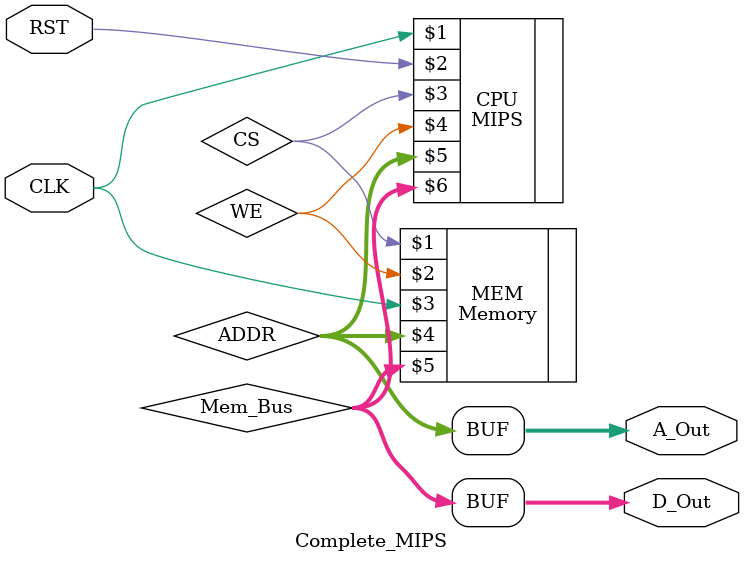
<source format=v>
module Complete_MIPS(CLK, RST, A_Out, D_Out);
    input CLK;
    input RST;
    output [31:0] A_Out;
    output [31:0] D_Out;
    wire CS, WE;
    wire [31:0] ADDR, Mem_Bus;
    assign A_Out = ADDR;
    assign D_Out = Mem_Bus;
    MIPS CPU(CLK, RST, CS, WE, ADDR, Mem_Bus);
    Memory MEM(CS, WE, CLK, ADDR, Mem_Bus);
endmodule
</source>
